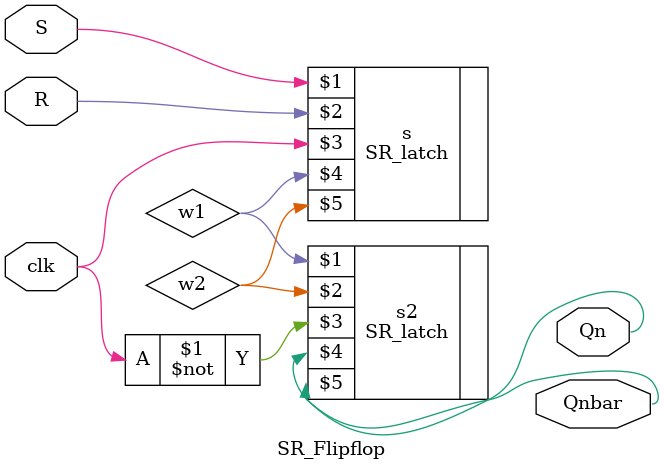
<source format=v>

module SR_Flipflop(input S,R,clk,output  Qn ,Qnbar );

 SR_latch s(S, R, clk, w1,w2);
 
 SR_latch s2(w1,w2,~clk,Qn,Qnbar);
 
  
endmodule

</source>
